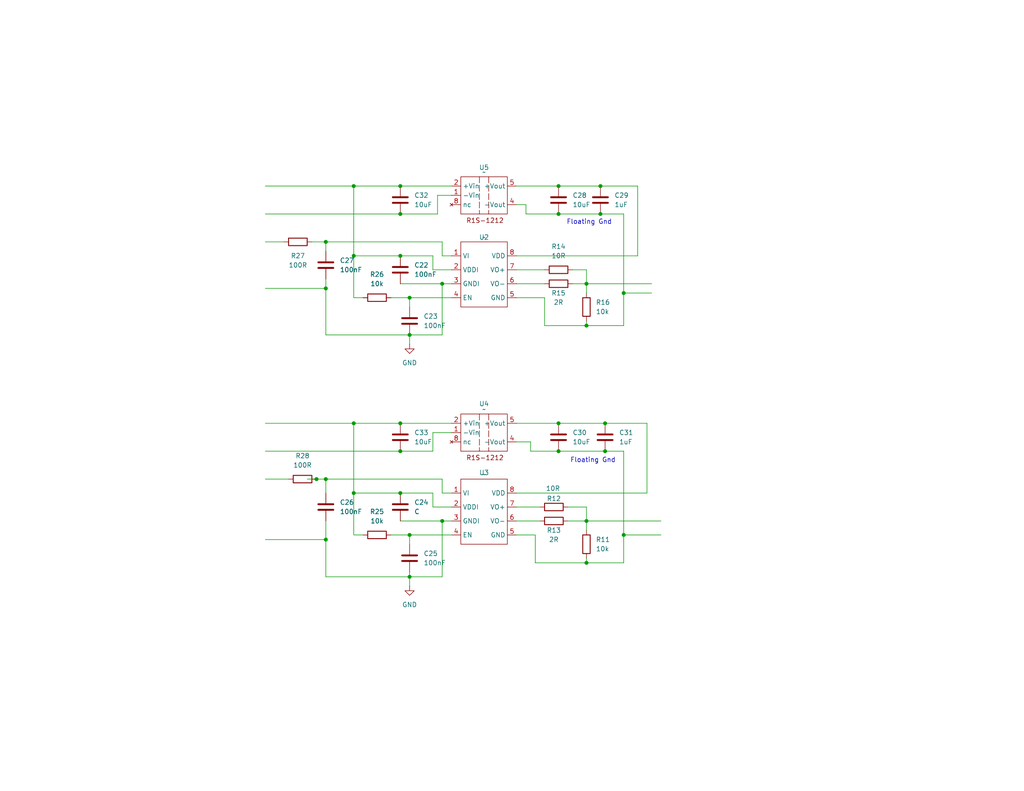
<source format=kicad_sch>
(kicad_sch (version 20231120) (generator "eeschema") (generator_version "8.0")
  (paper "USLetter")
  (title_block (title "Triple Pulse Core Tester") (date "2025-01-31") (rev "0") (comment 4 "Isolated Gate Driver"))
  (lib_symbols
    (symbol "Device:C" (pin_numbers hide) (pin_names (offset 0.254))
      (property "Reference" "C" (at 0.635 2.54 0))
      (property "Value" "C" (at 0.635 -2.54 0))
      (symbol "C_0_1"
        (polyline (pts (xy -2.032 -0.762) (xy 2.032 -0.762)) (stroke (width 0.508)))
        (polyline (pts (xy -2.032 0.762) (xy 2.032 0.762)) (stroke (width 0.508)))
      )
      (symbol "C_1_1"
        (pin passive line (at 0 3.81 270) (length 2.794) (name "~") (number "1"))
        (pin passive line (at 0 -3.81 90) (length 2.794) (name "~") (number "2"))
      )
    )
    (symbol "Device:R" (pin_numbers hide) (pin_names (offset 0))
      (property "Reference" "R" (at 2.032 0 90))
      (property "Value" "R" (at 0 0 90))
      (symbol "R_0_1"
        (rectangle (start -1.016 -2.54) (end 1.016 2.54) (stroke (width 0.254)))
      )
      (symbol "R_1_1"
        (pin passive line (at 0 3.81 270) (length 1.27) (name "~") (number "1"))
        (pin passive line (at 0 -3.81 90) (length 1.27) (name "~") (number "2"))
      )
    )
    (symbol "GS_Library:R1S-1212"
      (property "Reference" "U" (at 0 6.858 0))
      (symbol "R1S-1212_0_1"
        (rectangle (start -6.35 5.08) (end 6.35 -5.08))
      )
      (symbol "R1S-1212_1_1"
        (polyline (pts (xy -1.27 5.08) (xy -1.27 -5.08)) (stroke (width 0) (type dash)))
        (polyline (pts (xy 1.27 5.08) (xy 1.27 -5.08)) (stroke (width 0) (type dash)))
        (text "R1S-1212" (at 0.254 -6.858 0) (effects (font (size 1.27 1.27))))
        (pin power_in line (at -8.89 0 0) (length 2.54) (name "-Vin") (number "1"))
        (pin power_in line (at -8.89 2.54 0) (length 2.54) (name "+Vin") (number "2"))
        (pin power_out line (at 8.89 -2.54 180) (length 2.54) (name "-Vout") (number "4"))
        (pin power_out line (at 8.89 2.54 180) (length 2.54) (name "+Vout") (number "5"))
        (pin no_connect line (at -8.89 -2.54 0) (length 2.54) (name "nc") (number "8"))
      )
    )
    (symbol "GS_Library:Si8271DB"
      (property "Reference" "U" (at -1.27 10.414 0))
      (symbol "Si8271DB_0_1"
        (rectangle (start -6.35 8.89) (end 6.35 -8.89))
      )
      (symbol "Si8271DB_1_1"
        (pin input line (at -8.89 5.08 0) (length 2.54) (name "VI") (number "1"))
        (pin power_in line (at -8.89 1.27 0) (length 2.54) (name "VDDI") (number "2"))
        (pin power_in line (at -8.89 -2.54 0) (length 2.54) (name "GNDI") (number "3"))
        (pin input line (at -8.89 -6.35 0) (length 2.54) (name "EN") (number "4"))
        (pin power_in line (at 8.89 -6.35 180) (length 2.54) (name "GND") (number "5"))
        (pin output line (at 8.89 -2.54 180) (length 2.54) (name "VO-") (number "6"))
        (pin output line (at 8.89 1.27 180) (length 2.54) (name "VO+") (number "7"))
        (pin power_in line (at 8.89 5.08 180) (length 2.54) (name "VDD") (number "8"))
      )
    )
    (symbol "power:GND" (power) (pin_numbers hide) (pin_names (offset 0) hide)
      (property "Value" "GND" (at 0 -3.81 0))
      (symbol "GND_0_1"
        (polyline (pts (xy 0 0) (xy 0 -1.27) (xy 1.27 -1.27) (xy 0 -2.54) (xy -1.27 -1.27) (xy 0 -1.27)))
      )
      (symbol "GND_1_1"
        (pin power_in line (at 0 0 270) (length 0) (name "~") (number "1"))
      )
    )
  )
  (junction (at 111.76 146.05))
  (junction (at 109.22 69.85))
  (junction (at 160.02 88.9))
  (junction (at 109.22 123.19))
  (junction (at 165.1 115.57))
  (junction (at 160.02 77.47))
  (junction (at 96.52 134.62))
  (junction (at 109.22 58.42))
  (junction (at 165.1 123.19))
  (junction (at 96.52 69.85))
  (junction (at 170.18 146.05))
  (junction (at 160.02 153.67))
  (junction (at 111.76 91.44))
  (junction (at 109.22 50.8))
  (junction (at 120.65 142.24))
  (junction (at 160.02 142.24))
  (junction (at 88.9 78.74))
  (junction (at 96.52 115.57))
  (junction (at 152.4 58.42))
  (junction (at 96.52 50.8))
  (junction (at 88.9 66.04))
  (junction (at 111.76 157.48))
  (junction (at 88.9 130.81))
  (junction (at 109.22 115.57))
  (junction (at 163.83 50.8))
  (junction (at 152.4 123.19))
  (junction (at 86.36 130.81))
  (junction (at 152.4 50.8))
  (junction (at 170.18 80.01))
  (junction (at 109.22 134.62))
  (junction (at 152.4 115.57))
  (junction (at 163.83 58.42))
  (junction (at 120.65 77.47))
  (junction (at 111.76 81.28))
  (junction (at 88.9 147.32))
  (wire (pts (xy 109.22 134.62) (xy 96.52 134.62)))
  (wire (pts (xy 72.39 115.57) (xy 96.52 115.57)))
  (wire (pts (xy 88.9 147.32) (xy 88.9 157.48)))
  (wire (pts (xy 88.9 91.44) (xy 111.76 91.44)))
  (wire (pts (xy 120.65 142.24) (xy 120.65 157.48)))
  (wire (pts (xy 72.39 78.74) (xy 88.9 78.74)))
  (wire (pts (xy 72.39 130.81) (xy 78.74 130.81)))
  (wire (pts (xy 123.19 142.24) (xy 120.65 142.24)))
  (wire (pts (xy 154.94 138.43) (xy 160.02 138.43)))
  (wire (pts (xy 118.11 69.85) (xy 118.11 73.66)))
  (wire (pts (xy 120.65 91.44) (xy 120.65 77.47)))
  (wire (pts (xy 146.05 153.67) (xy 160.02 153.67)))
  (wire (pts (xy 152.4 50.8) (xy 163.83 50.8)))
  (wire (pts (xy 160.02 142.24) (xy 180.34 142.24)))
  (wire (pts (xy 111.76 91.44) (xy 120.65 91.44)))
  (wire (pts (xy 118.11 118.11) (xy 123.19 118.11)))
  (wire (pts (xy 140.97 120.65) (xy 144.78 120.65)))
  (wire (pts (xy 123.19 134.62) (xy 120.65 134.62)))
  (wire (pts (xy 106.68 146.05) (xy 111.76 146.05)))
  (wire (pts (xy 160.02 138.43) (xy 160.02 142.24)))
  (wire (pts (xy 111.76 157.48) (xy 111.76 160.02)))
  (wire (pts (xy 120.65 77.47) (xy 123.19 77.47)))
  (wire (pts (xy 119.38 53.34) (xy 123.19 53.34)))
  (wire (pts (xy 106.68 81.28) (xy 111.76 81.28)))
  (wire (pts (xy 118.11 134.62) (xy 118.11 138.43)))
  (wire (pts (xy 88.9 130.81) (xy 88.9 134.62)))
  (wire (pts (xy 144.78 120.65) (xy 144.78 123.19)))
  (wire (pts (xy 152.4 58.42) (xy 163.83 58.42)))
  (wire (pts (xy 111.76 156.21) (xy 111.76 157.48)))
  (wire (pts (xy 96.52 50.8) (xy 96.52 69.85)))
  (wire (pts (xy 96.52 81.28) (xy 99.06 81.28)))
  (wire (pts (xy 140.97 77.47) (xy 148.59 77.47)))
  (wire (pts (xy 111.76 91.44) (xy 111.76 93.98)))
  (wire (pts (xy 96.52 115.57) (xy 96.52 134.62)))
  (wire (pts (xy 118.11 73.66) (xy 123.19 73.66)))
  (wire (pts (xy 160.02 152.4) (xy 160.02 153.67)))
  (wire (pts (xy 165.1 123.19) (xy 170.18 123.19)))
  (wire (pts (xy 140.97 146.05) (xy 146.05 146.05)))
  (wire (pts (xy 111.76 81.28) (xy 111.76 83.82)))
  (wire (pts (xy 148.59 81.28) (xy 148.59 88.9)))
  (wire (pts (xy 160.02 142.24) (xy 160.02 144.78)))
  (wire (pts (xy 156.21 77.47) (xy 160.02 77.47)))
  (wire (pts (xy 88.9 76.2) (xy 88.9 78.74)))
  (wire (pts (xy 109.22 50.8) (xy 123.19 50.8)))
  (wire (pts (xy 118.11 118.11) (xy 118.11 123.19)))
  (wire (pts (xy 119.38 58.42) (xy 119.38 53.34)))
  (wire (pts (xy 140.97 115.57) (xy 152.4 115.57)))
  (wire (pts (xy 123.19 69.85) (xy 120.65 69.85)))
  (wire (pts (xy 140.97 81.28) (xy 148.59 81.28)))
  (wire (pts (xy 160.02 153.67) (xy 170.18 153.67)))
  (wire (pts (xy 170.18 153.67) (xy 170.18 146.05)))
  (wire (pts (xy 86.36 130.81) (xy 88.9 130.81)))
  (wire (pts (xy 140.97 73.66) (xy 148.59 73.66)))
  (wire (pts (xy 111.76 146.05) (xy 123.19 146.05)))
  (wire (pts (xy 146.05 146.05) (xy 146.05 153.67)))
  (wire (pts (xy 140.97 142.24) (xy 147.32 142.24)))
  (wire (pts (xy 109.22 77.47) (xy 120.65 77.47)))
  (wire (pts (xy 120.65 69.85) (xy 120.65 66.04)))
  (wire (pts (xy 163.83 50.8) (xy 173.99 50.8)))
  (wire (pts (xy 83.82 130.81) (xy 86.36 130.81)))
  (wire (pts (xy 148.59 88.9) (xy 160.02 88.9)))
  (wire (pts (xy 165.1 115.57) (xy 176.53 115.57)))
  (wire (pts (xy 109.22 142.24) (xy 120.65 142.24)))
  (wire (pts (xy 88.9 78.74) (xy 88.9 91.44)))
  (wire (pts (xy 140.97 50.8) (xy 152.4 50.8)))
  (wire (pts (xy 109.22 69.85) (xy 118.11 69.85)))
  (wire (pts (xy 109.22 115.57) (xy 123.19 115.57)))
  (wire (pts (xy 143.51 55.88) (xy 143.51 58.42)))
  (wire (pts (xy 154.94 142.24) (xy 160.02 142.24)))
  (wire (pts (xy 170.18 58.42) (xy 170.18 80.01)))
  (wire (pts (xy 120.65 134.62) (xy 120.65 130.81)))
  (wire (pts (xy 109.22 69.85) (xy 96.52 69.85)))
  (wire (pts (xy 170.18 88.9) (xy 170.18 80.01)))
  (wire (pts (xy 96.52 50.8) (xy 109.22 50.8)))
  (wire (pts (xy 152.4 123.19) (xy 165.1 123.19)))
  (wire (pts (xy 111.76 81.28) (xy 123.19 81.28)))
  (wire (pts (xy 160.02 73.66) (xy 160.02 77.47)))
  (wire (pts (xy 170.18 146.05) (xy 180.34 146.05)))
  (wire (pts (xy 72.39 58.42) (xy 109.22 58.42)))
  (wire (pts (xy 176.53 115.57) (xy 176.53 134.62)))
  (wire (pts (xy 96.52 146.05) (xy 99.06 146.05)))
  (wire (pts (xy 109.22 58.42) (xy 119.38 58.42)))
  (wire (pts (xy 163.83 58.42) (xy 170.18 58.42)))
  (wire (pts (xy 109.22 134.62) (xy 118.11 134.62)))
  (wire (pts (xy 156.21 73.66) (xy 160.02 73.66)))
  (wire (pts (xy 140.97 138.43) (xy 147.32 138.43)))
  (wire (pts (xy 72.39 147.32) (xy 88.9 147.32)))
  (wire (pts (xy 140.97 55.88) (xy 143.51 55.88)))
  (wire (pts (xy 96.52 69.85) (xy 96.52 81.28)))
  (wire (pts (xy 72.39 66.04) (xy 77.47 66.04)))
  (wire (pts (xy 88.9 66.04) (xy 120.65 66.04)))
  (wire (pts (xy 88.9 157.48) (xy 111.76 157.48)))
  (wire (pts (xy 111.76 157.48) (xy 120.65 157.48)))
  (wire (pts (xy 160.02 88.9) (xy 170.18 88.9)))
  (wire (pts (xy 170.18 123.19) (xy 170.18 146.05)))
  (wire (pts (xy 152.4 115.57) (xy 165.1 115.57)))
  (wire (pts (xy 96.52 134.62) (xy 96.52 146.05)))
  (wire (pts (xy 176.53 134.62) (xy 140.97 134.62)))
  (wire (pts (xy 170.18 80.01) (xy 177.8 80.01)))
  (wire (pts (xy 173.99 69.85) (xy 140.97 69.85)))
  (wire (pts (xy 160.02 87.63) (xy 160.02 88.9)))
  (wire (pts (xy 88.9 66.04) (xy 88.9 68.58)))
  (wire (pts (xy 144.78 123.19) (xy 152.4 123.19)))
  (wire (pts (xy 72.39 50.8) (xy 96.52 50.8)))
  (wire (pts (xy 173.99 50.8) (xy 173.99 69.85)))
  (wire (pts (xy 160.02 77.47) (xy 160.02 80.01)))
  (wire (pts (xy 143.51 58.42) (xy 152.4 58.42)))
  (wire (pts (xy 160.02 77.47) (xy 177.8 77.47)))
  (wire (pts (xy 88.9 142.24) (xy 88.9 147.32)))
  (wire (pts (xy 118.11 138.43) (xy 123.19 138.43)))
  (wire (pts (xy 88.9 130.81) (xy 120.65 130.81)))
  (wire (pts (xy 96.52 115.57) (xy 109.22 115.57)))
  (wire (pts (xy 72.39 123.19) (xy 109.22 123.19)))
  (wire (pts (xy 109.22 123.19) (xy 118.11 123.19)))
  (wire (pts (xy 85.09 66.04) (xy 88.9 66.04)))
  (wire (pts (xy 111.76 146.05) (xy 111.76 148.59)))
  (text "Floating Gnd" (at 160.782 60.706 0) (effects (font (size 1.27 1.27))))
  (text "Floating Gnd" (at 161.798 125.73 0) (effects (font (size 1.27 1.27))))
  (symbol (lib_id "Device:C") (at 109.22 138.43 0) (unit 1)
    (property "Reference" "C24" (at 113.03 137.1599 0) (effects (justify left)))
    (property "Value" "C" (at 113.03 139.6999 0) (effects (justify left)))
    (property "Footprint" "Capacitor_SMD:C_0805_2012Metric" (effects (hide yes)))
    (property "Description" "Unpolarized capacitor" (effects (hide yes)))
  )
  (symbol (lib_id "Device:C") (at 109.22 119.38 0) (unit 1)
    (property "Reference" "C33" (at 113.03 118.1099 0) (effects (justify left)))
    (property "Value" "10uF" (at 113.03 120.6499 0) (effects (justify left)))
    (property "Footprint" "Capacitor_SMD:C_0805_2012Metric" (effects (hide yes)))
    (property "Description" "Unpolarized capacitor" (effects (hide yes)))
  )
  (symbol (lib_id "Device:C") (at 165.1 119.38 0) (unit 1)
    (property "Reference" "C31" (at 168.91 118.1099 0) (effects (justify left)))
    (property "Value" "1uF" (at 168.91 120.6499 0) (effects (justify left)))
    (property "Footprint" "Capacitor_SMD:C_0805_2012Metric" (effects (hide yes)))
    (property "Description" "Unpolarized capacitor" (effects (hide yes)))
  )
  (symbol (lib_id "Device:C") (at 88.9 138.43 0) (unit 1)
    (property "Reference" "C26" (at 92.71 137.1599 0) (effects (justify left)))
    (property "Value" "100nF" (at 92.71 139.6999 0) (effects (justify left)))
    (property "Footprint" "Capacitor_SMD:C_0805_2012Metric" (effects (hide yes)))
    (property "Description" "Unpolarized capacitor" (effects (hide yes)))
  )
  (symbol (lib_id "Device:C") (at 111.76 87.63 0) (unit 1)
    (property "Reference" "C23" (at 115.57 86.3599 0) (effects (justify left)))
    (property "Value" "100nF" (at 115.57 88.8999 0) (effects (justify left)))
    (property "Footprint" "Capacitor_SMD:C_0805_2012Metric" (effects (hide yes)))
    (property "Description" "Unpolarized capacitor" (effects (hide yes)))
  )
  (symbol (lib_id "Device:R") (at 160.02 148.59 0) (unit 1)
    (property "Reference" "R11" (at 162.56 147.3199 0) (effects (justify left)))
    (property "Value" "10k" (at 162.56 149.8599 0) (effects (justify left)))
    (property "Footprint" "Resistor_SMD:R_0805_2012Metric" (effects (hide yes)))
    (property "Description" "Resistor" (effects (hide yes)))
  )
  (symbol (lib_id "Device:R") (at 160.02 83.82 0) (unit 1)
    (property "Reference" "R16" (at 162.56 82.5499 0) (effects (justify left)))
    (property "Value" "10k" (at 162.56 85.0899 0) (effects (justify left)))
    (property "Footprint" "Resistor_SMD:R_0805_2012Metric" (effects (hide yes)))
    (property "Description" "Resistor" (effects (hide yes)))
  )
  (symbol (lib_id "Device:C") (at 109.22 73.66 0) (unit 1)
    (property "Reference" "C22" (at 113.03 72.3899 0) (effects (justify left)))
    (property "Value" "100nF" (at 113.03 74.9299 0) (effects (justify left)))
    (property "Footprint" "Capacitor_SMD:C_0805_2012Metric" (effects (hide yes)))
    (property "Description" "Unpolarized capacitor" (effects (hide yes)))
  )
  (symbol (lib_id "Device:R") (at 81.28 66.04 90) (unit 1)
    (property "Reference" "R27" (at 81.28 69.85 90))
    (property "Value" "100R" (at 81.28 72.39 90))
    (property "Footprint" "Resistor_SMD:R_0805_2012Metric" (effects (hide yes)))
    (property "Description" "Resistor" (effects (hide yes)))
  )
  (symbol (lib_id "Device:R") (at 151.13 138.43 90) (unit 1)
    (property "Reference" "R12" (at 151.13 136.144 90))
    (property "Value" "10R" (at 150.876 133.35 90))
    (property "Footprint" "Resistor_SMD:R_0805_2012Metric" (effects (hide yes)))
    (property "Description" "Resistor" (effects (hide yes)))
  )
  (symbol (lib_id "power:GND") (at 111.76 93.98 0) (unit 1)
    (property "Reference" "#PWR015" (effects (hide yes)))
    (property "Value" "GND" (at 111.76 99.06 0))
    (property "Description" "Power symbol creates a global label with name \"GND\" , ground" (effects (hide yes)))
  )
  (symbol (lib_id "GS_Library:R1S-1212") (at 132.08 118.11 0) (unit 1)
    (property "Reference" "U4" (at 132.08 110.236 0))
    (property "Value" "~" (at 132.08 111.76 0))
    (property "Footprint" "GS_Library:5_pin_single_smd" (effects (hide yes)))
  )
  (symbol (lib_id "Device:R") (at 151.13 142.24 90) (unit 1)
    (property "Reference" "R13" (at 151.13 144.78 90))
    (property "Value" "2R" (at 151.13 147.32 90))
    (property "Footprint" "Resistor_SMD:R_0805_2012Metric" (effects (hide yes)))
    (property "Description" "Resistor" (effects (hide yes)))
  )
  (symbol (lib_id "Device:C") (at 163.83 54.61 0) (unit 1)
    (property "Reference" "C29" (at 167.64 53.3399 0) (effects (justify left)))
    (property "Value" "1uF" (at 167.64 55.8799 0) (effects (justify left)))
    (property "Footprint" "Capacitor_SMD:C_0805_2012Metric" (effects (hide yes)))
    (property "Description" "Unpolarized capacitor" (effects (hide yes)))
  )
  (symbol (lib_id "Device:R") (at 152.4 73.66 90) (unit 1)
    (property "Reference" "R14" (at 152.4 67.31 90))
    (property "Value" "10R" (at 152.4 69.85 90))
    (property "Footprint" "Resistor_SMD:R_0805_2012Metric" (effects (hide yes)))
    (property "Description" "Resistor" (effects (hide yes)))
  )
  (symbol (lib_id "Device:C") (at 88.9 72.39 0) (unit 1)
    (property "Reference" "C27" (at 92.71 71.1199 0) (effects (justify left)))
    (property "Value" "100nF" (at 92.71 73.6599 0) (effects (justify left)))
    (property "Footprint" "Capacitor_SMD:C_0805_2012Metric" (effects (hide yes)))
    (property "Description" "Unpolarized capacitor" (effects (hide yes)))
  )
  (symbol (lib_id "Device:C") (at 109.22 54.61 0) (unit 1)
    (property "Reference" "C32" (at 113.03 53.3399 0) (effects (justify left)))
    (property "Value" "10uF" (at 113.03 55.8799 0) (effects (justify left)))
    (property "Footprint" "Capacitor_SMD:C_0805_2012Metric" (effects (hide yes)))
    (property "Description" "Unpolarized capacitor" (effects (hide yes)))
  )
  (symbol (lib_id "Device:R") (at 82.55 130.81 90) (unit 1)
    (property "Reference" "R28" (at 82.55 124.46 90))
    (property "Value" "100R" (at 82.55 127 90))
    (property "Footprint" "Resistor_SMD:R_0805_2012Metric" (effects (hide yes)))
    (property "Description" "Resistor" (effects (hide yes)))
  )
  (symbol (lib_id "GS_Library:R1S-1212") (at 132.08 53.34 0) (unit 1)
    (property "Reference" "U5" (at 132.08 45.72 0))
    (property "Value" "~" (at 132.08 46.99 0))
    (property "Footprint" "GS_Library:5_pin_single_smd" (effects (hide yes)))
  )
  (symbol (lib_id "Device:C") (at 152.4 119.38 0) (unit 1)
    (property "Reference" "C30" (at 156.21 118.1099 0) (effects (justify left)))
    (property "Value" "10uF" (at 156.21 120.6499 0) (effects (justify left)))
    (property "Footprint" "Capacitor_SMD:C_0805_2012Metric" (effects (hide yes)))
    (property "Description" "Unpolarized capacitor" (effects (hide yes)))
  )
  (symbol (lib_id "GS_Library:Si8271DB") (at 132.08 74.93 0) (unit 1)
    (property "Reference" "U2" (at 132.08 64.77 0))
    (property "Value" "~" (at 132.08 64.77 0))
    (property "Footprint" "Package_SO:SOIC-8_3.9x4.9mm_P1.27mm" (effects (hide yes)))
  )
  (symbol (lib_id "Device:C") (at 111.76 152.4 0) (unit 1)
    (property "Reference" "C25" (at 115.57 151.1299 0) (effects (justify left)))
    (property "Value" "100nF" (at 115.57 153.6699 0) (effects (justify left)))
    (property "Footprint" "Capacitor_SMD:C_0805_2012Metric" (effects (hide yes)))
    (property "Description" "Unpolarized capacitor" (effects (hide yes)))
  )
  (symbol (lib_id "Device:R") (at 102.87 81.28 90) (unit 1)
    (property "Reference" "R26" (at 102.87 74.93 90))
    (property "Value" "10k" (at 102.87 77.47 90))
    (property "Footprint" "Resistor_SMD:R_0805_2012Metric" (effects (hide yes)))
    (property "Description" "Resistor" (effects (hide yes)))
  )
  (symbol (lib_id "GS_Library:Si8271DB") (at 132.08 139.7 0) (unit 1)
    (property "Reference" "U3" (at 132.08 129.032 0))
    (property "Value" "~" (at 132.08 129.54 0))
    (property "Footprint" "Package_SO:SOIC-8_3.9x4.9mm_P1.27mm" (effects (hide yes)))
  )
  (symbol (lib_id "Device:C") (at 152.4 54.61 0) (unit 1)
    (property "Reference" "C28" (at 156.21 53.3399 0) (effects (justify left)))
    (property "Value" "10uF" (at 156.21 55.8799 0) (effects (justify left)))
    (property "Footprint" "Capacitor_SMD:C_0805_2012Metric" (effects (hide yes)))
    (property "Description" "Unpolarized capacitor" (effects (hide yes)))
  )
  (symbol (lib_id "Device:R") (at 102.87 146.05 90) (unit 1)
    (property "Reference" "R25" (at 102.87 139.7 90))
    (property "Value" "10k" (at 102.87 142.24 90))
    (property "Footprint" "Resistor_SMD:R_0805_2012Metric" (effects (hide yes)))
    (property "Description" "Resistor" (effects (hide yes)))
  )
  (symbol (lib_id "Device:R") (at 152.4 77.47 90) (unit 1)
    (property "Reference" "R15" (at 152.4 80.01 90))
    (property "Value" "2R" (at 152.4 82.55 90))
    (property "Footprint" "Resistor_SMD:R_0805_2012Metric" (effects (hide yes)))
    (property "Description" "Resistor" (effects (hide yes)))
  )
  (symbol (lib_id "power:GND") (at 111.76 160.02 0) (unit 1)
    (property "Reference" "#PWR016" (effects (hide yes)))
    (property "Value" "GND" (at 111.76 165.1 0))
    (property "Description" "Power symbol creates a global label with name \"GND\" , ground" (effects (hide yes)))
  )
)
</source>
